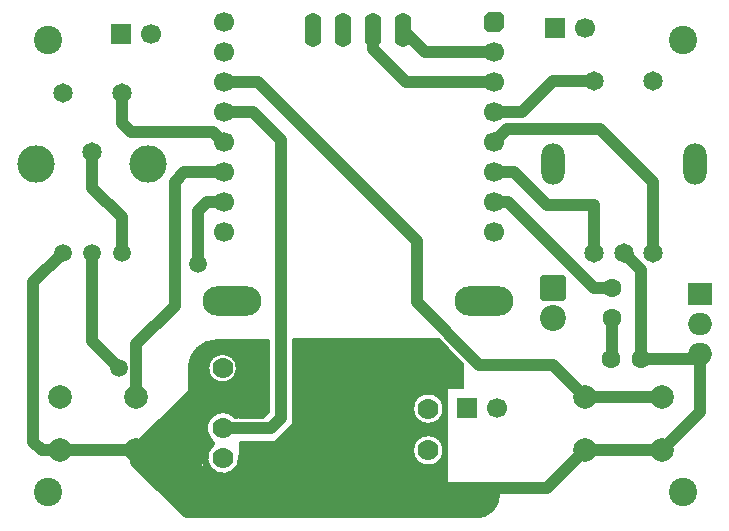
<source format=gbr>
%TF.GenerationSoftware,KiCad,Pcbnew,9.0.2*%
%TF.CreationDate,2025-05-20T12:48:23-07:00*%
%TF.ProjectId,40Hz_S2,3430487a-5f53-4322-9e6b-696361645f70,rev?*%
%TF.SameCoordinates,Original*%
%TF.FileFunction,Copper,L1,Top*%
%TF.FilePolarity,Positive*%
%FSLAX46Y46*%
G04 Gerber Fmt 4.6, Leading zero omitted, Abs format (unit mm)*
G04 Created by KiCad (PCBNEW 9.0.2) date 2025-05-20 12:48:23*
%MOMM*%
%LPD*%
G01*
G04 APERTURE LIST*
G04 Aperture macros list*
%AMRoundRect*
0 Rectangle with rounded corners*
0 $1 Rounding radius*
0 $2 $3 $4 $5 $6 $7 $8 $9 X,Y pos of 4 corners*
0 Add a 4 corners polygon primitive as box body*
4,1,4,$2,$3,$4,$5,$6,$7,$8,$9,$2,$3,0*
0 Add four circle primitives for the rounded corners*
1,1,$1+$1,$2,$3*
1,1,$1+$1,$4,$5*
1,1,$1+$1,$6,$7*
1,1,$1+$1,$8,$9*
0 Add four rect primitives between the rounded corners*
20,1,$1+$1,$2,$3,$4,$5,0*
20,1,$1+$1,$4,$5,$6,$7,0*
20,1,$1+$1,$6,$7,$8,$9,0*
20,1,$1+$1,$8,$9,$2,$3,0*%
%AMFreePoly0*
4,1,19,-0.850000,0.255000,-0.829726,0.408997,-0.770285,0.552500,-0.675729,0.675729,-0.552500,0.770285,-0.408997,0.829726,-0.255000,0.850000,0.510000,0.850000,0.850000,0.510000,0.850000,-0.255000,0.829726,-0.408997,0.770285,-0.552500,0.675729,-0.675729,0.552500,-0.770285,0.408997,-0.829726,0.255000,-0.850000,-0.510000,-0.850000,-0.850000,-0.510000,-0.850000,0.255000,-0.850000,0.255000,
$1*%
G04 Aperture macros list end*
%TA.AperFunction,Conductor*%
%ADD10C,0.200000*%
%TD*%
%TA.AperFunction,Conductor*%
%ADD11C,1.000000*%
%TD*%
%TA.AperFunction,Conductor*%
%ADD12C,0.500000*%
%TD*%
%TA.AperFunction,Conductor*%
%ADD13C,0.600000*%
%TD*%
%TA.AperFunction,Conductor*%
%ADD14C,0.300000*%
%TD*%
%TA.AperFunction,WasherPad*%
%ADD15RoundRect,1.250000X-1.250000X-0.000010X1.250000X-0.000010X1.250000X0.000010X-1.250000X0.000010X0*%
%TD*%
%TA.AperFunction,ComponentPad*%
%ADD16RoundRect,0.700000X-0.000010X-0.750000X0.000010X-0.750000X0.000010X0.750000X-0.000010X0.750000X0*%
%TD*%
%TA.AperFunction,ComponentPad*%
%ADD17C,2.000000*%
%TD*%
%TA.AperFunction,ComponentPad*%
%ADD18C,1.600000*%
%TD*%
%TA.AperFunction,ComponentPad*%
%ADD19C,1.778000*%
%TD*%
%TA.AperFunction,ComponentPad*%
%ADD20C,1.500000*%
%TD*%
%TA.AperFunction,ComponentPad*%
%ADD21C,3.164000*%
%TD*%
%TA.AperFunction,ComponentPad*%
%ADD22C,1.650000*%
%TD*%
%TA.AperFunction,ComponentPad*%
%ADD23RoundRect,1.000000X-0.000010X-0.750000X0.000010X-0.750000X0.000010X0.750000X-0.000010X0.750000X0*%
%TD*%
%TA.AperFunction,ComponentPad*%
%ADD24RoundRect,0.249999X-0.850001X0.850001X-0.850001X-0.850001X0.850001X-0.850001X0.850001X0.850001X0*%
%TD*%
%TA.AperFunction,ComponentPad*%
%ADD25C,2.200000*%
%TD*%
%TA.AperFunction,ComponentPad*%
%ADD26R,1.700000X1.700000*%
%TD*%
%TA.AperFunction,ComponentPad*%
%ADD27C,1.700000*%
%TD*%
%TA.AperFunction,ComponentPad*%
%ADD28FreePoly0,180.000000*%
%TD*%
%TA.AperFunction,ComponentPad*%
%ADD29R,2.000000X1.905000*%
%TD*%
%TA.AperFunction,ComponentPad*%
%ADD30O,2.000000X1.905000*%
%TD*%
%TA.AperFunction,ViaPad*%
%ADD31C,2.400000*%
%TD*%
%TA.AperFunction,ViaPad*%
%ADD32C,1.500000*%
%TD*%
G04 APERTURE END LIST*
D10*
%TO.N,GND*%
X81000000Y-82000000D02*
X80500000Y-82500000D01*
X78500000Y-82500000D01*
X78000000Y-82000000D01*
X75000000Y-82000000D01*
X75000000Y-80500000D01*
X77000000Y-80500000D01*
X78500000Y-79000000D01*
X78500000Y-77500000D01*
X77500000Y-76500000D01*
X76500000Y-76500000D01*
X76500000Y-75907235D01*
X81000000Y-75907235D01*
X81000000Y-82000000D01*
%TA.AperFunction,Conductor*%
G36*
X81000000Y-82000000D02*
G01*
X80500000Y-82500000D01*
X78500000Y-82500000D01*
X78000000Y-82000000D01*
X75000000Y-82000000D01*
X75000000Y-80500000D01*
X77000000Y-80500000D01*
X78500000Y-79000000D01*
X78500000Y-77500000D01*
X77500000Y-76500000D01*
X76500000Y-76500000D01*
X76500000Y-75907235D01*
X81000000Y-75907235D01*
X81000000Y-82000000D01*
G37*
%TD.AperFunction*%
D11*
X100038241Y-88944639D02*
G75*
G02*
X96970109Y-89123332I-1538241J-17661D01*
G01*
D10*
X92974799Y-89990573D02*
X78500000Y-89990573D01*
X78500000Y-84500000D01*
X81500000Y-84500000D01*
X83000000Y-83000000D01*
X83000000Y-75849043D01*
X92999393Y-75849043D01*
X92974799Y-89990573D01*
%TA.AperFunction,Conductor*%
G36*
X92974799Y-89990573D02*
G01*
X78500000Y-89990573D01*
X78500000Y-84500000D01*
X81500000Y-84500000D01*
X83000000Y-83000000D01*
X83000000Y-75849043D01*
X92999393Y-75849043D01*
X92974799Y-89990573D01*
G37*
%TD.AperFunction*%
X98500000Y-90894749D02*
X73980587Y-90894749D01*
X73980587Y-88084918D01*
X98500000Y-88084918D01*
X98500000Y-90894749D01*
%TA.AperFunction,Conductor*%
G36*
X98500000Y-90894749D02*
G01*
X73980587Y-90894749D01*
X73980587Y-88084918D01*
X98500000Y-88084918D01*
X98500000Y-90894749D01*
G37*
%TD.AperFunction*%
D12*
X93006266Y-81692866D02*
G75*
G02*
X93006264Y-81722142I1452834J-14734D01*
G01*
D10*
X97392682Y-77909212D02*
X97428383Y-79970650D01*
X96065246Y-79970855D01*
X96064637Y-81880840D01*
X95481746Y-80675545D01*
X94959614Y-80343625D01*
X94282716Y-80265438D01*
X93875615Y-80377004D01*
X93531716Y-80589163D01*
X93244131Y-80910861D01*
X92854378Y-81058191D01*
X92579219Y-81058191D01*
X92974825Y-75832535D01*
X95330254Y-75832535D01*
X97392682Y-77909212D01*
%TA.AperFunction,Conductor*%
G36*
X97392682Y-77909212D02*
G01*
X97428383Y-79970650D01*
X96065246Y-79970855D01*
X96064637Y-81880840D01*
X95481746Y-80675545D01*
X94959614Y-80343625D01*
X94282716Y-80265438D01*
X93875615Y-80377004D01*
X93531716Y-80589163D01*
X93244131Y-80910861D01*
X92854378Y-81058191D01*
X92579219Y-81058191D01*
X92974825Y-75832535D01*
X95330254Y-75832535D01*
X97392682Y-77909212D01*
G37*
%TD.AperFunction*%
D11*
X74579590Y-78288254D02*
G75*
G02*
X76598688Y-76328563I1960610J-46D01*
G01*
D13*
X75830987Y-84326657D02*
G75*
G02*
X78200690Y-82300442I1238823J949987D01*
G01*
D10*
X76550953Y-76991420D02*
X76450944Y-77079834D01*
X76210873Y-77295334D01*
X75896235Y-77680579D01*
X75752886Y-78137556D01*
X75765564Y-78522897D01*
X76057257Y-79270235D01*
X77615952Y-79804331D01*
X77612471Y-79850167D01*
X75625315Y-80475370D01*
X74179479Y-80377725D01*
X74179543Y-78320457D01*
X74319693Y-77748433D01*
X75011487Y-77060689D01*
X76143510Y-76777553D01*
X76520354Y-76730528D01*
X76550953Y-76991420D01*
%TA.AperFunction,Conductor*%
G36*
X76550953Y-76991420D02*
G01*
X76450944Y-77079834D01*
X76210873Y-77295334D01*
X75896235Y-77680579D01*
X75752886Y-78137556D01*
X75765564Y-78522897D01*
X76057257Y-79270235D01*
X77615952Y-79804331D01*
X77612471Y-79850167D01*
X75625315Y-80475370D01*
X74179479Y-80377725D01*
X74179543Y-78320457D01*
X74319693Y-77748433D01*
X75011487Y-77060689D01*
X76143510Y-76777553D01*
X76520354Y-76730528D01*
X76550953Y-76991420D01*
G37*
%TD.AperFunction*%
X99500000Y-90000000D02*
X98410702Y-90498048D01*
X98000000Y-88500000D01*
X100000000Y-88500000D01*
X99500000Y-90000000D01*
%TA.AperFunction,Conductor*%
G36*
X99500000Y-90000000D02*
G01*
X98410702Y-90498048D01*
X98000000Y-88500000D01*
X100000000Y-88500000D01*
X99500000Y-90000000D01*
G37*
%TD.AperFunction*%
D12*
X93002343Y-85230624D02*
G75*
G02*
X93002342Y-85259900I1452857J-14676D01*
G01*
D10*
X78757758Y-78802114D02*
X77692972Y-79801300D01*
X77368943Y-79679789D01*
X77056680Y-79628317D01*
X77306891Y-79548441D01*
X77857553Y-79409860D01*
X78377606Y-78657100D01*
X78384048Y-77876843D01*
X78204322Y-77500000D01*
X78097067Y-77342015D01*
X77500000Y-77000000D01*
X76500000Y-77000000D01*
X76500000Y-76500000D01*
X78500000Y-76000000D01*
X78757758Y-78802114D01*
%TA.AperFunction,Conductor*%
G36*
X78757758Y-78802114D02*
G01*
X77692972Y-79801300D01*
X77368943Y-79679789D01*
X77056680Y-79628317D01*
X77306891Y-79548441D01*
X77857553Y-79409860D01*
X78377606Y-78657100D01*
X78384048Y-77876843D01*
X78204322Y-77500000D01*
X78097067Y-77342015D01*
X77500000Y-77000000D01*
X76500000Y-77000000D01*
X76500000Y-76500000D01*
X78500000Y-76000000D01*
X78757758Y-78802114D01*
G37*
%TD.AperFunction*%
X75750000Y-83000000D02*
X75500000Y-84000000D01*
X75937170Y-84134657D01*
X76262033Y-84555319D01*
X75000000Y-86500000D01*
X77000000Y-87308259D01*
X77000000Y-87500000D01*
X76246082Y-88185928D01*
X75314109Y-87939845D01*
X74500000Y-86000000D01*
X74500000Y-82000000D01*
X76000000Y-82000000D01*
X75750000Y-83000000D01*
%TA.AperFunction,Conductor*%
G36*
X75750000Y-83000000D02*
G01*
X75500000Y-84000000D01*
X75937170Y-84134657D01*
X76262033Y-84555319D01*
X75000000Y-86500000D01*
X77000000Y-87308259D01*
X77000000Y-87500000D01*
X76246082Y-88185928D01*
X75314109Y-87939845D01*
X74500000Y-86000000D01*
X74500000Y-82000000D01*
X76000000Y-82000000D01*
X75750000Y-83000000D01*
G37*
%TD.AperFunction*%
X75018272Y-90488951D02*
X69815596Y-86315596D01*
X72865348Y-82134652D01*
X74000000Y-81000000D01*
X75500000Y-81000000D01*
X75018272Y-90488951D01*
%TA.AperFunction,Conductor*%
G36*
X75018272Y-90488951D02*
G01*
X69815596Y-86315596D01*
X72865348Y-82134652D01*
X74000000Y-81000000D01*
X75500000Y-81000000D01*
X75018272Y-90488951D01*
G37*
%TD.AperFunction*%
D14*
X78317605Y-78405655D02*
G75*
G02*
X78322934Y-78280713I-1284105J117355D01*
G01*
D10*
X96055379Y-85205535D02*
X95303001Y-84139722D01*
X94671559Y-83850757D01*
X94124671Y-83913936D01*
X93181779Y-84345259D01*
X92757830Y-84456138D01*
X92500000Y-82500000D01*
X93264246Y-82534199D01*
X94327087Y-83154498D01*
X95456290Y-82764271D01*
X96064637Y-81880840D01*
X96055379Y-85205535D01*
%TA.AperFunction,Conductor*%
G36*
X96055379Y-85205535D02*
G01*
X95303001Y-84139722D01*
X94671559Y-83850757D01*
X94124671Y-83913936D01*
X93181779Y-84345259D01*
X92757830Y-84456138D01*
X92500000Y-82500000D01*
X93264246Y-82534199D01*
X94327087Y-83154498D01*
X95456290Y-82764271D01*
X96064637Y-81880840D01*
X96055379Y-85205535D01*
G37*
%TD.AperFunction*%
D13*
X78649315Y-85787930D02*
G75*
G02*
X76100554Y-84671424I-1558515J-90370D01*
G01*
D10*
X78537232Y-87976729D02*
X78050884Y-88197796D01*
X78008998Y-88195469D01*
X77362085Y-87602079D01*
X78472075Y-87115731D01*
X78537232Y-87976729D01*
%TA.AperFunction,Conductor*%
G36*
X78537232Y-87976729D02*
G01*
X78050884Y-88197796D01*
X78008998Y-88195469D01*
X77362085Y-87602079D01*
X78472075Y-87115731D01*
X78537232Y-87976729D01*
G37*
%TD.AperFunction*%
X96059745Y-88460000D02*
X92743693Y-88092764D01*
X92688661Y-86298725D01*
X93000000Y-86000000D01*
X92976042Y-85860857D01*
X93267371Y-86247847D01*
X93482607Y-86441341D01*
X93726106Y-86610921D01*
X94328331Y-86778327D01*
X94626182Y-86795719D01*
X94908815Y-86780501D01*
X95167533Y-86702233D01*
X95419728Y-86556569D01*
X95643660Y-86367422D01*
X95971949Y-85815201D01*
X96015431Y-85628229D01*
X96055379Y-85205535D01*
X96059745Y-88460000D01*
%TA.AperFunction,Conductor*%
G36*
X96059745Y-88460000D02*
G01*
X92743693Y-88092764D01*
X92688661Y-86298725D01*
X93000000Y-86000000D01*
X92976042Y-85860857D01*
X93267371Y-86247847D01*
X93482607Y-86441341D01*
X93726106Y-86610921D01*
X94328331Y-86778327D01*
X94626182Y-86795719D01*
X94908815Y-86780501D01*
X95167533Y-86702233D01*
X95419728Y-86556569D01*
X95643660Y-86367422D01*
X95971949Y-85815201D01*
X96015431Y-85628229D01*
X96055379Y-85205535D01*
X96059745Y-88460000D01*
G37*
%TD.AperFunction*%
X74500000Y-85000000D02*
X73500000Y-88500000D01*
X70500000Y-86000000D01*
X70500000Y-84500000D01*
X74000000Y-81500000D01*
X74500000Y-85000000D01*
%TA.AperFunction,Conductor*%
G36*
X74500000Y-85000000D02*
G01*
X73500000Y-88500000D01*
X70500000Y-86000000D01*
X70500000Y-84500000D01*
X74000000Y-81500000D01*
X74500000Y-85000000D01*
G37*
%TD.AperFunction*%
%TD*%
D15*
%TO.P,OLED_I2C1,*%
%TO.N,*%
X77800000Y-72600000D03*
X99200000Y-72600000D03*
D16*
%TO.P,OLED_I2C1,GND,GND*%
%TO.N,GND*%
X84690000Y-49670000D03*
%TO.P,OLED_I2C1,SCL,SCL*%
%TO.N,SCL*%
X89770000Y-49670000D03*
%TO.P,OLED_I2C1,SDA,SDA*%
%TO.N,SDA*%
X92310000Y-49670000D03*
%TO.P,OLED_I2C1,Vcc,Vcc*%
%TO.N,5V*%
X87230000Y-49670000D03*
%TD*%
D17*
%TO.P,start/stop1,1,1*%
%TO.N,Btn1*%
X107750000Y-80750000D03*
X114250000Y-80750000D03*
%TO.P,start/stop1,2,2*%
%TO.N,GND*%
X107750000Y-85250000D03*
X114250000Y-85250000D03*
%TD*%
D18*
%TO.P,R2,1*%
%TO.N,Net-(Q1-G)*%
X110000000Y-74045000D03*
%TO.P,R2,2*%
%TO.N,LED*%
X110000000Y-71505000D03*
%TD*%
D17*
%TO.P,other1,1,1*%
%TO.N,Btn3*%
X63250000Y-80750000D03*
X69750000Y-80750000D03*
%TO.P,other1,2,2*%
%TO.N,GND*%
X63250000Y-85250000D03*
X69750000Y-85250000D03*
%TD*%
D19*
%TO.P,Amp_1,1,A+*%
%TO.N,Net-(Amp_1-A+)*%
X77048000Y-78300000D03*
%TO.P,Amp_1,2,A-*%
%TO.N,GND*%
X77048000Y-80840000D03*
%TO.P,Amp_1,3,SD*%
%TO.N,SD*%
X77048000Y-83380000D03*
%TO.P,Amp_1,4,Vin*%
%TO.N,5V*%
X77048000Y-85920000D03*
%TO.P,Amp_1,5,GND*%
%TO.N,GND*%
X77048000Y-88460000D03*
%TO.P,Amp_1,6,SPK-*%
%TO.N,Net-(Amp_1-SPK-)*%
X94447000Y-81707000D03*
%TO.P,Amp_1,7,SPK+*%
%TO.N,Net-(Amp_1-SPK+)*%
X94447000Y-85207000D03*
%TD*%
D20*
%TO.P,VR1,1,1*%
%TO.N,GND*%
X63500000Y-68525000D03*
%TO.P,VR1,2,2*%
%TO.N,Net-(Amp_1-A+)*%
X66000000Y-68525000D03*
%TO.P,VR1,3,3*%
%TO.N,Net-(RV1-Pad2)*%
X68500000Y-68525000D03*
D21*
%TO.P,VR1,MH1*%
%TO.N,N/C*%
X61250000Y-61025000D03*
%TO.P,VR1,MH2*%
X70750000Y-61025000D03*
%TD*%
D18*
%TO.P,R3,1*%
%TO.N,Net-(Q1-G)*%
X109960000Y-77500000D03*
%TO.P,R3,2*%
%TO.N,GND*%
X112500000Y-77500000D03*
%TD*%
D22*
%TO.P,EN1,1,1*%
%TO.N,Btn2*%
X108500000Y-54000000D03*
%TO.P,EN1,2,2*%
%TO.N,GND*%
X113500000Y-54000000D03*
%TO.P,EN1,A1,A*%
%TO.N,Enc_A*%
X108500000Y-68500000D03*
%TO.P,EN1,B1,B*%
%TO.N,Enc_B*%
X113500000Y-68500000D03*
%TO.P,EN1,GND,GND*%
%TO.N,GND*%
X111000000Y-68500000D03*
D23*
%TO.P,EN1,MH1,MH1*%
%TO.N,unconnected-(EN1-PadMH1)*%
X105000000Y-61000000D03*
%TO.P,EN1,MH2,MH2*%
%TO.N,unconnected-(EN1-PadMH2)*%
X117000000Y-61000000D03*
%TD*%
D24*
%TO.P,D1,1,K*%
%TO.N,5V*%
X105000000Y-71500000D03*
D25*
%TO.P,D1,2,A*%
%TO.N,Net-(D1-A)*%
X105000000Y-74040000D03*
%TD*%
D22*
%TO.P,RV1,1,1*%
%TO.N,unconnected-(RV1-Pad1)*%
X63500000Y-55000000D03*
%TO.P,RV1,2,2*%
%TO.N,Net-(RV1-Pad2)*%
X66000000Y-60000000D03*
%TO.P,RV1,3,3*%
%TO.N,Audio*%
X68500000Y-55000000D03*
%TD*%
D26*
%TO.P,J2,1,Pin_1*%
%TO.N,Net-(Amp_1-SPK-)*%
X97699438Y-81620306D03*
D27*
%TO.P,J2,2,Pin_2*%
%TO.N,Net-(Amp_1-SPK+)*%
X100239438Y-81620306D03*
%TD*%
D28*
%TO.P,U1,1,EN*%
%TO.N,unconnected-(U1-EN-Pad1)*%
X100000000Y-49000000D03*
D27*
%TO.P,U1,2,IO3*%
%TO.N,SDA*%
X100000000Y-51540000D03*
%TO.P,U1,3,IO5*%
%TO.N,SCL*%
X100000000Y-54080000D03*
%TO.P,U1,4,IO7*%
%TO.N,Btn2*%
X100000000Y-56620000D03*
%TO.P,U1,5,IO9*%
%TO.N,Enc_B*%
X100000000Y-59160000D03*
%TO.P,U1,6,IO11*%
%TO.N,Enc_A*%
X100000000Y-61700000D03*
%TO.P,U1,7,IO12*%
%TO.N,LED*%
X100000000Y-64240000D03*
%TO.P,U1,8,3V3*%
%TO.N,unconnected-(U1-3V3-Pad8)*%
X100000000Y-66780000D03*
%TO.P,U1,9,VBUS*%
%TO.N,5V*%
X77140000Y-66780000D03*
%TO.P,U1,10,GND*%
%TO.N,GND*%
X77140000Y-64240000D03*
%TO.P,U1,11,IO16*%
%TO.N,Btn3*%
X77140000Y-61700000D03*
%TO.P,U1,12,IO18*%
%TO.N,Audio*%
X77140000Y-59160000D03*
%TO.P,U1,13,IO33*%
%TO.N,SD*%
X77140000Y-56620000D03*
%TO.P,U1,14,IO35*%
%TO.N,Btn1*%
X77140000Y-54080000D03*
%TO.P,U1,15,IO37*%
%TO.N,unconnected-(U1-IO37-Pad15)*%
X77140000Y-51540000D03*
%TO.P,U1,16,IO39*%
%TO.N,unconnected-(U1-IO39-Pad16)*%
X77140000Y-49000000D03*
%TD*%
D26*
%TO.P,J3,1,Pin_1*%
%TO.N,5V*%
X105225000Y-49500000D03*
D27*
%TO.P,J3,2,Pin_2*%
%TO.N,Net-(D1-A)*%
X107765000Y-49500000D03*
%TD*%
D29*
%TO.P,Q1,1,G*%
%TO.N,Net-(Q1-G)*%
X117500000Y-72000000D03*
D30*
%TO.P,Q1,2,D*%
%TO.N,Net-(D1-A)*%
X117500000Y-74540000D03*
%TO.P,Q1,3,S*%
%TO.N,GND*%
X117500000Y-77080000D03*
%TD*%
D26*
%TO.P,J1,1,Pin_1*%
%TO.N,5V*%
X68460000Y-50000000D03*
D27*
%TO.P,J1,2,Pin_2*%
%TO.N,GND*%
X71000000Y-50000000D03*
%TD*%
D31*
%TO.N,*%
X62250000Y-50500000D03*
X116000000Y-88750000D03*
X62250000Y-88750000D03*
X116000000Y-50500000D03*
D32*
%TO.N,GND*%
X75000000Y-69500000D03*
%TO.N,Net-(Amp_1-A+)*%
X68300000Y-78300000D03*
%TD*%
D11*
%TO.N,GND*%
X77000000Y-88500000D02*
X85329171Y-88500000D01*
X76500000Y-89000000D02*
X77000000Y-88500000D01*
X114250000Y-85250000D02*
X117500000Y-82000000D01*
X112500000Y-70000000D02*
X111000000Y-68500000D01*
X112500000Y-77500000D02*
X117080000Y-77500000D01*
X117080000Y-77500000D02*
X117500000Y-77080000D01*
X117500000Y-82000000D02*
X117500000Y-77080000D01*
X114250000Y-85250000D02*
X107750000Y-85250000D01*
X76708000Y-80500000D02*
X74500000Y-80500000D01*
X77048000Y-80840000D02*
X76708000Y-80500000D01*
X69750000Y-86250000D02*
X73988951Y-90488951D01*
X75000000Y-65000000D02*
X75760000Y-64240000D01*
X61000000Y-71025000D02*
X61000000Y-84500000D01*
X75000000Y-69500000D02*
X75000000Y-65000000D01*
X63250000Y-85250000D02*
X69750000Y-85250000D01*
X76500000Y-90488951D02*
X76500000Y-89000000D01*
X77048000Y-88460000D02*
X104540000Y-88460000D01*
X69750000Y-85250000D02*
X69750000Y-86250000D01*
X74500000Y-80500000D02*
X69750000Y-85250000D01*
X61000000Y-84500000D02*
X61750000Y-85250000D01*
X85329171Y-88500000D02*
X86371630Y-89542459D01*
X73988951Y-90488951D02*
X76500000Y-90488951D01*
X112500000Y-77500000D02*
X112500000Y-70000000D01*
X63500000Y-68525000D02*
X61000000Y-71025000D01*
X75760000Y-64240000D02*
X77140000Y-64240000D01*
X74689084Y-80840000D02*
X74684315Y-80844769D01*
X104540000Y-88460000D02*
X107750000Y-85250000D01*
X61750000Y-85250000D02*
X63250000Y-85250000D01*
%TO.N,Net-(Amp_1-A+)*%
X66000000Y-68525000D02*
X66000000Y-76000000D01*
X66000000Y-76000000D02*
X68300000Y-78300000D01*
%TO.N,SD*%
X82000000Y-82500000D02*
X81120000Y-83380000D01*
X81120000Y-83380000D02*
X77048000Y-83380000D01*
X79620000Y-56620000D02*
X82000000Y-59000000D01*
X82000000Y-59000000D02*
X82000000Y-82500000D01*
X77140000Y-56620000D02*
X79620000Y-56620000D01*
%TO.N,Btn2*%
X102380000Y-56620000D02*
X100000000Y-56620000D01*
X108500000Y-54000000D02*
X105000000Y-54000000D01*
X105000000Y-54000000D02*
X102380000Y-56620000D01*
%TO.N,Enc_B*%
X113500000Y-62500000D02*
X113500000Y-68500000D01*
X101160000Y-58000000D02*
X109000000Y-58000000D01*
X109000000Y-58000000D02*
X113500000Y-62500000D01*
X100000000Y-59160000D02*
X101160000Y-58000000D01*
%TO.N,Enc_A*%
X104500000Y-64500000D02*
X101700000Y-61700000D01*
X101700000Y-61700000D02*
X100000000Y-61700000D01*
X108500000Y-64500000D02*
X104500000Y-64500000D01*
X108500000Y-68500000D02*
X108500000Y-64500000D01*
%TO.N,SCL*%
X89770000Y-51270000D02*
X89770000Y-49670000D01*
X100000000Y-54080000D02*
X92580000Y-54080000D01*
X92580000Y-54080000D02*
X89770000Y-51270000D01*
%TO.N,SDA*%
X94140000Y-51500000D02*
X92310000Y-49670000D01*
X100000000Y-51540000D02*
X99960000Y-51500000D01*
X99960000Y-51500000D02*
X94140000Y-51500000D01*
%TO.N,LED*%
X110000000Y-71505000D02*
X108505000Y-71505000D01*
X101240000Y-64240000D02*
X100000000Y-64240000D01*
X108505000Y-71505000D02*
X101240000Y-64240000D01*
%TO.N,Audio*%
X69273511Y-58273511D02*
X68500000Y-57500000D01*
X76253511Y-58273511D02*
X69273511Y-58273511D01*
X68500000Y-57500000D02*
X68500000Y-55000000D01*
X77140000Y-59160000D02*
X76253511Y-58273511D01*
%TO.N,Btn1*%
X114250000Y-80750000D02*
X107750000Y-80750000D01*
X98793001Y-78000000D02*
X105000000Y-78000000D01*
X93500000Y-72706999D02*
X98793001Y-78000000D01*
X105000000Y-78000000D02*
X107750000Y-80750000D01*
X80080000Y-54080000D02*
X93500000Y-67500000D01*
X93500000Y-67500000D02*
X93500000Y-72706999D01*
X77140000Y-54080000D02*
X80080000Y-54080000D01*
%TO.N,Btn3*%
X73000000Y-73000000D02*
X69750000Y-76250000D01*
X73000000Y-62500000D02*
X73000000Y-73000000D01*
X77140000Y-61700000D02*
X73800000Y-61700000D01*
X73800000Y-61700000D02*
X73000000Y-62500000D01*
X69750000Y-76250000D02*
X69750000Y-80750000D01*
%TO.N,Net-(Q1-G)*%
X110000000Y-74045000D02*
X110000000Y-77460000D01*
X110000000Y-77460000D02*
X109960000Y-77500000D01*
%TO.N,Net-(RV1-Pad2)*%
X65995001Y-62995001D02*
X68500000Y-65500000D01*
X65995001Y-60000000D02*
X65995001Y-62995001D01*
X68500000Y-65500000D02*
X68500000Y-68525000D01*
%TD*%
M02*

</source>
